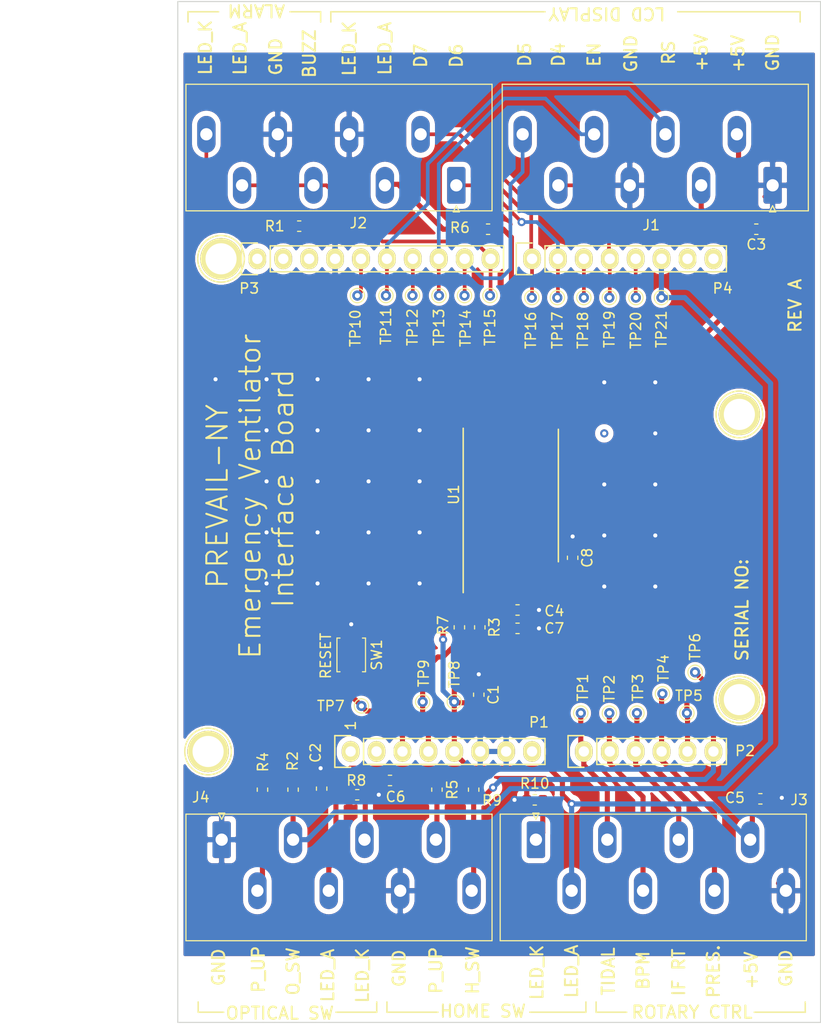
<source format=kicad_pcb>
(kicad_pcb (version 20171130) (host pcbnew 5.1.2-f72e74a~84~ubuntu18.04.1)
  (title_block (title "PREVAIL-NY Emergency Ventilator Interface Board") (date 2020-04-09) (rev A) (company "Devtank Ltd"))
  (layers (0 F.Cu signal) (31 B.Cu signal) (34 B.Paste user) (35 F.Paste user) (36 B.SilkS user) (37 F.SilkS user) (38 B.Mask user) (39 F.Mask user) (44 Edge.Cuts user))
  (net 0 "")
  (net 1 +5V)
  (net 2 GND)
  (net 3 +3V3)
  (net 4 /MAX_PRESSURE)
  (net 5 /IF_RATE)
  (net 6 /BPM)
  (net 7 /TIDAL_VOLUME)
  (net 8 /BUZZER_LED)
  (net 9 /LCD_D7)
  (net 10 /LCD_D6)
  (net 11 /LCD_D4)
  (net 12 /LCD_D5)
  (net 13 /LCD_EN)
  (net 14 /LCD_RS)
  (net 15 /RESET)
  (net 16 /PRESSURE_SENSOR)
  (net 17 /HOME_LIMIT_SW)
  (net 18 /MOTOR_DRIVER_EN)
  (net 19 /MOTOR_PWM_2)
  (net 20 /MOTOR_ENCODER)
  (net 21 /MOTOR_PWM_1)
  (net 22 /OPTICAL_SW)
  (net 23 "Net-(C4-Pad2)")
  (net 24 "Net-(J2-Pad8)")
  (net 25 "Net-(J2-Pad3)")
  (net 26 "Net-(J4-Pad7)")
  (net 27 "Net-(J4-Pad5)")
  (net 28 "Net-(J4-Pad2)")
  (net 29 "Net-(J3-Pad1)")
  (module Ventilator:PhoenixContact_PTSA_1,5_8-3_5-Z_1x08_P3.50mm_Vertical (layer F.Cu) (at 157.098 132.465)
    (fp_text reference J3 (at 25.8 -3.9) (layer F.SilkS))
    (fp_text value Conn_01x08)
    (pad 1 thru_hole roundrect (at 0 0) (size 1.8 3.6) (drill 1.2) (layers *.Cu *.Mask) (roundrect_rratio 0.139) (net 29 "Net-(J3-Pad1)"))
    (pad 2 thru_hole oval (at 3.5 5) (size 1.8 3.6) (drill 1.2) (layers *.Cu *.Mask) (net 1 +5V))
    (pad 3 thru_hole oval (at 7 0) (size 1.8 3.6) (drill 1.2) (layers *.Cu *.Mask) (net 7 /TIDAL_VOLUME))
    (pad 4 thru_hole oval (at 10.5 5) (size 1.8 3.6) (drill 1.2) (layers *.Cu *.Mask) (net 6 /BPM))
    (pad 5 thru_hole oval (at 14 0) (size 1.8 3.6) (drill 1.2) (layers *.Cu *.Mask) (net 5 /IF_RATE))
    (pad 6 thru_hole oval (at 17.5 5) (size 1.8 3.6) (drill 1.2) (layers *.Cu *.Mask) (net 4 /MAX_PRESSURE))
    (pad 7 thru_hole oval (at 21 0) (size 1.8 3.6) (drill 1.2) (layers *.Cu *.Mask) (net 1 +5V))
    (pad 8 thru_hole oval (at 24.5 5) (size 1.8 3.6) (drill 1.2) (layers *.Cu *.Mask) (net 2 GND))
  )
  (module Ventilator:PhoenixContact_PTSA_1,5_8-3_5-Z_1x08_P3.50mm_Vertical (layer F.Cu) (at 126.298 132.465)
    (fp_text reference J4 (at -2.05 -4.15) (layer F.SilkS))
    (fp_text value Conn_01x08)
    (pad 1 thru_hole roundrect (at 0 0) (size 1.8 3.6) (drill 1.2) (layers *.Cu *.Mask) (roundrect_rratio 0.139) (net 2 GND))
    (pad 2 thru_hole oval (at 3.5 5) (size 1.8 3.6) (drill 1.2) (layers *.Cu *.Mask) (net 28 "Net-(J4-Pad2)"))
    (pad 3 thru_hole oval (at 7 0) (size 1.8 3.6) (drill 1.2) (layers *.Cu *.Mask) (net 22 /OPTICAL_SW))
    (pad 4 thru_hole oval (at 10.5 5) (size 1.8 3.6) (drill 1.2) (layers *.Cu *.Mask) (net 1 +5V))
    (pad 5 thru_hole oval (at 14 0) (size 1.8 3.6) (drill 1.2) (layers *.Cu *.Mask) (net 27 "Net-(J4-Pad5)"))
    (pad 6 thru_hole oval (at 17.5 5) (size 1.8 3.6) (drill 1.2) (layers *.Cu *.Mask) (net 2 GND))
    (pad 7 thru_hole oval (at 21 0) (size 1.8 3.6) (drill 1.2) (layers *.Cu *.Mask) (net 26 "Net-(J4-Pad7)"))
    (pad 8 thru_hole oval (at 24.5 5) (size 1.8 3.6) (drill 1.2) (layers *.Cu *.Mask) (net 17 /HOME_LIMIT_SW))
  )
  (module Ventilator:PhoenixContact_PTSA_1,5_8-3_5-Z_1x08_P3.50mm_Vertical (layer F.Cu) (at 149.298 68.365 180)
    (fp_text reference J2 (at 9.6 -3.7 180) (layer F.SilkS))
    (fp_text value Conn_01x08)
    (pad 1 thru_hole roundrect (at 0 0 180) (size 1.8 3.6) (drill 1.2) (layers *.Cu *.Mask) (roundrect_rratio 0.139) (net 10 /LCD_D6))
    (pad 2 thru_hole oval (at 3.5 5 180) (size 1.8 3.6) (drill 1.2) (layers *.Cu *.Mask) (net 9 /LCD_D7))
    (pad 3 thru_hole oval (at 7 0 180) (size 1.8 3.6) (drill 1.2) (layers *.Cu *.Mask) (net 25 "Net-(J2-Pad3)"))
    (pad 4 thru_hole oval (at 10.5 5 180) (size 1.8 3.6) (drill 1.2) (layers *.Cu *.Mask) (net 2 GND))
    (pad 5 thru_hole oval (at 14 0 180) (size 1.8 3.6) (drill 1.2) (layers *.Cu *.Mask) (net 8 /BUZZER_LED))
    (pad 6 thru_hole oval (at 17.5 5 180) (size 1.8 3.6) (drill 1.2) (layers *.Cu *.Mask) (net 2 GND))
    (pad 7 thru_hole oval (at 21 0 180) (size 1.8 3.6) (drill 1.2) (layers *.Cu *.Mask) (net 8 /BUZZER_LED))
    (pad 8 thru_hole oval (at 24.5 5 180) (size 1.8 3.6) (drill 1.2) (layers *.Cu *.Mask) (net 24 "Net-(J2-Pad8)"))
  )
  (module Ventilator:PhoenixContact_PTSA_1,5_8-3_5-Z_1x08_P3.50mm_Vertical (layer F.Cu) (at 180.298 68.365 180)
    (fp_text reference J1 (at 11.9 -3.9 180) (layer F.SilkS))
    (fp_text value Conn_01x08)
    (pad 1 thru_hole roundrect (at 0 0 180) (size 1.8 3.6) (drill 1.2) (layers *.Cu *.Mask) (roundrect_rratio 0.139) (net 2 GND))
    (pad 2 thru_hole oval (at 3.5 5 180) (size 1.8 3.6) (drill 1.2) (layers *.Cu *.Mask) (net 1 +5V))
    (pad 3 thru_hole oval (at 7 0 180) (size 1.8 3.6) (drill 1.2) (layers *.Cu *.Mask) (net 1 +5V))
    (pad 4 thru_hole oval (at 10.5 5 180) (size 1.8 3.6) (drill 1.2) (layers *.Cu *.Mask) (net 14 /LCD_RS))
    (pad 5 thru_hole oval (at 14 0 180) (size 1.8 3.6) (drill 1.2) (layers *.Cu *.Mask) (net 2 GND))
    (pad 6 thru_hole oval (at 17.5 5 180) (size 1.8 3.6) (drill 1.2) (layers *.Cu *.Mask) (net 13 /LCD_EN))
    (pad 7 thru_hole oval (at 21 0 180) (size 1.8 3.6) (drill 1.2) (layers *.Cu *.Mask) (net 11 /LCD_D4))
    (pad 8 thru_hole oval (at 24.5 5 180) (size 1.8 3.6) (drill 1.2) (layers *.Cu *.Mask) (net 12 /LCD_D5))
  )
  (module Socket_Arduino_Uno:Socket_Strip_Arduino_1x08 (layer F.Cu) (at 138.938 123.825)
    (fp_text reference P1 (at 18.46 -2.86 180) (layer F.SilkS))
    (fp_text value Power)
    (pad 8 thru_hole oval (at 17.78 0) (size 1.7272 2.032) (drill 1.016) (layers *.Cu *.Mask F.SilkS))
    (pad 7 thru_hole oval (at 15.24 0) (size 1.7272 2.032) (drill 1.016) (layers *.Cu *.Mask F.SilkS) (net 2 GND))
    (pad 6 thru_hole oval (at 12.7 0) (size 1.7272 2.032) (drill 1.016) (layers *.Cu *.Mask F.SilkS) (net 2 GND))
    (pad 5 thru_hole oval (at 10.16 0) (size 1.7272 2.032) (drill 1.016) (layers *.Cu *.Mask F.SilkS) (net 1 +5V))
    (pad 4 thru_hole oval (at 7.62 0) (size 1.7272 2.032) (drill 1.016) (layers *.Cu *.Mask F.SilkS) (net 3 +3V3))
    (pad 3 thru_hole oval (at 5.08 0) (size 1.7272 2.032) (drill 1.016) (layers *.Cu *.Mask F.SilkS) (net 15 /RESET))
    (pad 2 thru_hole oval (at 2.54 0) (size 1.7272 2.032) (drill 1.016) (layers *.Cu *.Mask F.SilkS))
    (pad 1 thru_hole oval (at 0 0) (size 1.7272 2.032) (drill 1.016) (layers *.Cu *.Mask F.SilkS))
  )
  (module Socket_Arduino_Uno:Socket_Strip_Arduino_1x06 (layer F.Cu) (at 161.798 123.825)
    (fp_text reference P2 (at 15.8 -0.06) (layer F.SilkS))
    (fp_text value Analog)
    (pad 6 thru_hole oval (at 12.7 0) (size 1.7272 2.032) (drill 1.016) (layers *.Cu *.Mask F.SilkS) (net 17 /HOME_LIMIT_SW))
    (pad 5 thru_hole oval (at 10.16 0) (size 1.7272 2.032) (drill 1.016) (layers *.Cu *.Mask F.SilkS) (net 16 /PRESSURE_SENSOR))
    (pad 4 thru_hole oval (at 7.62 0) (size 1.7272 2.032) (drill 1.016) (layers *.Cu *.Mask F.SilkS) (net 4 /MAX_PRESSURE))
    (pad 3 thru_hole oval (at 5.08 0) (size 1.7272 2.032) (drill 1.016) (layers *.Cu *.Mask F.SilkS) (net 5 /IF_RATE))
    (pad 2 thru_hole oval (at 2.54 0) (size 1.7272 2.032) (drill 1.016) (layers *.Cu *.Mask F.SilkS) (net 6 /BPM))
    (pad 1 thru_hole oval (at 0 0) (size 1.7272 2.032) (drill 1.016) (layers *.Cu *.Mask F.SilkS) (net 7 /TIDAL_VOLUME))
  )
  (module Socket_Arduino_Uno:Socket_Strip_Arduino_1x10 (layer F.Cu) (at 129.794 75.565)
    (fp_text reference P3 (at -0.796 2.9) (layer F.SilkS))
    (fp_text value Digital)
    (pad 10 thru_hole oval (at 22.86 0) (size 1.7272 2.032) (drill 1.016) (layers *.Cu *.Mask F.SilkS) (net 8 /BUZZER_LED))
    (pad 9 thru_hole oval (at 20.32 0) (size 1.7272 2.032) (drill 1.016) (layers *.Cu *.Mask F.SilkS) (net 12 /LCD_D5))
    (pad 8 thru_hole oval (at 17.78 0) (size 1.7272 2.032) (drill 1.016) (layers *.Cu *.Mask F.SilkS) (net 13 /LCD_EN))
    (pad 7 thru_hole oval (at 15.24 0) (size 1.7272 2.032) (drill 1.016) (layers *.Cu *.Mask F.SilkS) (net 19 /MOTOR_PWM_2))
    (pad 6 thru_hole oval (at 12.7 0) (size 1.7272 2.032) (drill 1.016) (layers *.Cu *.Mask F.SilkS) (net 14 /LCD_RS))
    (pad 5 thru_hole oval (at 10.16 0) (size 1.7272 2.032) (drill 1.016) (layers *.Cu *.Mask F.SilkS) (net 18 /MOTOR_DRIVER_EN))
    (pad 4 thru_hole oval (at 7.62 0) (size 1.7272 2.032) (drill 1.016) (layers *.Cu *.Mask F.SilkS) (net 2 GND))
    (pad 3 thru_hole oval (at 5.08 0) (size 1.7272 2.032) (drill 1.016) (layers *.Cu *.Mask F.SilkS))
    (pad 2 thru_hole oval (at 2.54 0) (size 1.7272 2.032) (drill 1.016) (layers *.Cu *.Mask F.SilkS))
    (pad 1 thru_hole oval (at 0 0) (size 1.7272 2.032) (drill 1.016) (layers *.Cu *.Mask F.SilkS))
  )
  (module Socket_Arduino_Uno:Socket_Strip_Arduino_1x08 (layer F.Cu) (at 156.718 75.565)
    (fp_text reference P4 (at 18.68 2.9) (layer F.SilkS))
    (fp_text value Digital)
    (pad 8 thru_hole oval (at 17.78 0) (size 1.7272 2.032) (drill 1.016) (layers *.Cu *.Mask F.SilkS))
    (pad 7 thru_hole oval (at 15.24 0) (size 1.7272 2.032) (drill 1.016) (layers *.Cu *.Mask F.SilkS))
    (pad 6 thru_hole oval (at 12.7 0) (size 1.7272 2.032) (drill 1.016) (layers *.Cu *.Mask F.SilkS) (net 22 /OPTICAL_SW))
    (pad 5 thru_hole oval (at 10.16 0) (size 1.7272 2.032) (drill 1.016) (layers *.Cu *.Mask F.SilkS) (net 21 /MOTOR_PWM_1))
    (pad 4 thru_hole oval (at 7.62 0) (size 1.7272 2.032) (drill 1.016) (layers *.Cu *.Mask F.SilkS) (net 11 /LCD_D4))
    (pad 3 thru_hole oval (at 5.08 0) (size 1.7272 2.032) (drill 1.016) (layers *.Cu *.Mask F.SilkS) (net 20 /MOTOR_ENCODER))
    (pad 2 thru_hole oval (at 2.54 0) (size 1.7272 2.032) (drill 1.016) (layers *.Cu *.Mask F.SilkS) (net 10 /LCD_D6))
    (pad 1 thru_hole oval (at 0 0) (size 1.7272 2.032) (drill 1.016) (layers *.Cu *.Mask F.SilkS) (net 9 /LCD_D7))
  )
  (module Socket_Arduino_Uno:Arduino_1pin (layer F.Cu) (at 124.968 123.825)
    (fp_text reference P5 hide)
    (fp_text value CONN_01X01 hide)
    (pad 1 thru_hole circle (at 0 0) (size 4.064 4.064) (drill 3.048) (layers *.Cu *.Mask F.SilkS))
  )
  (module Socket_Arduino_Uno:Arduino_1pin (layer F.Cu) (at 177.038 118.745)
    (fp_text reference P6 hide)
    (fp_text value CONN_01X01 hide)
    (pad 1 thru_hole circle (at 0 0) (size 4.064 4.064) (drill 3.048) (layers *.Cu *.Mask F.SilkS))
  )
  (module Socket_Arduino_Uno:Arduino_1pin (layer F.Cu) (at 126.238 75.565)
    (fp_text reference P7 hide)
    (fp_text value CONN_01X01 hide)
    (pad 1 thru_hole circle (at 0 0) (size 4.064 4.064) (drill 3.048) (layers *.Cu *.Mask F.SilkS))
  )
  (module Socket_Arduino_Uno:Arduino_1pin (layer F.Cu) (at 177.038 90.805)
    (fp_text reference P8 hide)
    (fp_text value CONN_01X01 hide)
    (pad 1 thru_hole circle (at 0 0) (size 4.064 4.064) (drill 3.048) (layers *.Cu *.Mask F.SilkS))
  )
  (module Capacitor_SMD:C_0603_1608Metric (layer F.Cu) (at 151.498 118.265 270)
    (fp_text reference C1 (at 0 -1.43 90) (layer F.SilkS))
    (fp_text value 1uF)
    (pad 2 smd roundrect (at 0.7875 0 270) (size 0.875 0.95) (layers F.Cu F.Paste F.Mask) (net 1 +5V))
    (pad 1 smd roundrect (at -0.7875 0 270) (size 0.875 0.95) (layers F.Cu F.Paste F.Mask) (net 2 GND))
  )
  (module Capacitor_SMD:C_0603_1608Metric (layer F.Cu) (at 136.098 127.465 270)
    (fp_text reference C2 (at -3.5 0.6 90) (layer F.SilkS))
    (fp_text value 100nF)
    (pad 2 smd roundrect (at 0.7875 0 270) (size 0.875 0.95) (layers F.Cu F.Paste F.Mask) (net 1 +5V))
    (pad 1 smd roundrect (at -0.7875 0 270) (size 0.875 0.95) (layers F.Cu F.Paste F.Mask) (net 2 GND))
  )
  (module Capacitor_SMD:C_0603_1608Metric (layer F.Cu) (at 178.698 72.665 180)
    (fp_text reference C3 (at 0 -1.5) (layer F.SilkS))
    (fp_text value 100nF)
    (pad 2 smd roundrect (at 0.7875 0 180) (size 0.875 0.95) (layers F.Cu F.Paste F.Mask) (net 1 +5V))
    (pad 1 smd roundrect (at -0.7875 0 180) (size 0.875 0.95) (layers F.Cu F.Paste F.Mask) (net 2 GND))
  )
  (module Capacitor_SMD:C_0603_1608Metric (layer F.Cu) (at 155.298 109.965 180)
    (fp_text reference C4 (at -3.6 -0.1) (layer F.SilkS))
    (fp_text value 100nF)
    (pad 2 smd roundrect (at 0.7875 0 180) (size 0.875 0.95) (layers F.Cu F.Paste F.Mask) (net 23 "Net-(C4-Pad2)"))
    (pad 1 smd roundrect (at -0.7875 0 180) (size 0.875 0.95) (layers F.Cu F.Paste F.Mask) (net 2 GND))
  )
  (module Capacitor_SMD:C_0603_1608Metric (layer F.Cu) (at 179.098 128.465 180)
    (fp_text reference C5 (at 2.5 0.1) (layer F.SilkS))
    (fp_text value 100nF)
    (pad 2 smd roundrect (at 0.7875 0 180) (size 0.875 0.95) (layers F.Cu F.Paste F.Mask) (net 1 +5V))
    (pad 1 smd roundrect (at -0.7875 0 180) (size 0.875 0.95) (layers F.Cu F.Paste F.Mask) (net 2 GND))
  )
  (module Capacitor_SMD:C_0603_1608Metric (layer F.Cu) (at 142.798 126.665)
    (fp_text reference C6 (at 0.55 1.6) (layer F.SilkS))
    (fp_text value 100nF)
    (pad 2 smd roundrect (at 0.7875 0) (size 0.875 0.95) (layers F.Cu F.Paste F.Mask) (net 1 +5V))
    (pad 1 smd roundrect (at -0.7875 0) (size 0.875 0.95) (layers F.Cu F.Paste F.Mask) (net 2 GND))
  )
  (module Resistor_SMD:R_0603_1608Metric (layer F.Cu) (at 133.898 72.365)
    (fp_text reference R1 (at -2.4 0) (layer F.SilkS))
    (fp_text value 330R)
    (pad 2 smd roundrect (at 0.7875 0) (size 0.875 0.95) (layers F.Cu F.Paste F.Mask) (net 2 GND))
    (pad 1 smd roundrect (at -0.7875 0) (size 0.875 0.95) (layers F.Cu F.Paste F.Mask) (net 24 "Net-(J2-Pad8)"))
  )
  (module Resistor_SMD:R_0603_1608Metric (layer F.Cu) (at 133.298 127.565 90)
    (fp_text reference R2 (at 2.8 -0.05 90) (layer F.SilkS))
    (fp_text value 10K)
    (pad 2 smd roundrect (at 0.7875 0 90) (size 0.875 0.95) (layers F.Cu F.Paste F.Mask) (net 1 +5V))
    (pad 1 smd roundrect (at -0.7875 0 90) (size 0.875 0.95) (layers F.Cu F.Paste F.Mask) (net 22 /OPTICAL_SW))
  )
  (module Resistor_SMD:R_0603_1608Metric (layer F.Cu) (at 130.298 127.565 90)
    (fp_text reference R4 (at 2.7 0.05 90) (layer F.SilkS))
    (fp_text value 470R)
    (pad 2 smd roundrect (at 0.7875 0 90) (size 0.875 0.95) (layers F.Cu F.Paste F.Mask) (net 1 +5V))
    (pad 1 smd roundrect (at -0.7875 0 90) (size 0.875 0.95) (layers F.Cu F.Paste F.Mask) (net 28 "Net-(J4-Pad2)"))
  )
  (module Resistor_SMD:R_0603_1608Metric (layer F.Cu) (at 147.398 127.565 90)
    (fp_text reference R5 (at 0 1.5 90) (layer F.SilkS))
    (fp_text value 470R)
    (pad 2 smd roundrect (at 0.7875 0 90) (size 0.875 0.95) (layers F.Cu F.Paste F.Mask) (net 1 +5V))
    (pad 1 smd roundrect (at -0.7875 0 90) (size 0.875 0.95) (layers F.Cu F.Paste F.Mask) (net 26 "Net-(J4-Pad7)"))
  )
  (module Resistor_SMD:R_0603_1608Metric (layer F.Cu) (at 152.4105 72.665)
    (fp_text reference R6 (at -2.7625 -0.15) (layer F.SilkS))
    (fp_text value 470R)
    (pad 2 smd roundrect (at 0.7875 0) (size 0.875 0.95) (layers F.Cu F.Paste F.Mask) (net 1 +5V))
    (pad 1 smd roundrect (at -0.7875 0) (size 0.875 0.95) (layers F.Cu F.Paste F.Mask) (net 25 "Net-(J2-Pad3)"))
  )
  (module Resistor_SMD:R_0603_1608Metric (layer F.Cu) (at 139.5855 128.065 180)
    (fp_text reference R8 (at 0.0875 1.4) (layer F.SilkS))
    (fp_text value 330R)
    (pad 2 smd roundrect (at 0.7875 0 180) (size 0.875 0.95) (layers F.Cu F.Paste F.Mask) (net 2 GND))
    (pad 1 smd roundrect (at -0.7875 0 180) (size 0.875 0.95) (layers F.Cu F.Paste F.Mask) (net 27 "Net-(J4-Pad5)"))
  )
  (module Button_Switch_SMD:SW_SPST_B3U-1000P (layer F.Cu) (at 138.998 114.365 270)
    (fp_text reference SW1 (at 0 -2.5 90) (layer F.SilkS))
    (fp_text value SW_Push)
    (pad 2 smd rect (at 1.7 0 270) (size 0.9 1.7) (layers F.Cu F.Paste F.Mask) (net 15 /RESET))
    (pad 1 smd rect (at -1.7 0 270) (size 0.9 1.7) (layers F.Cu F.Paste F.Mask) (net 2 GND))
  )
  (module TestPoint:TestPoint_THTPad_D1.0mm_Drill0.5mm (layer F.Cu) (at 161.498 120.065)
    (fp_text reference TP1 (at 0.2 -2.5 90) (layer F.SilkS))
    (fp_text value TestPoint)
    (pad 1 thru_hole circle (at 0 0) (size 1 1) (drill 0.5) (layers *.Cu *.Mask) (net 7 /TIDAL_VOLUME))
  )
  (module TestPoint:TestPoint_THTPad_D1.0mm_Drill0.5mm (layer F.Cu) (at 164.298 120.065)
    (fp_text reference TP2 (at 0 -2.4 90) (layer F.SilkS))
    (fp_text value TestPoint)
    (pad 1 thru_hole circle (at 0 0) (size 1 1) (drill 0.5) (layers *.Cu *.Mask) (net 6 /BPM))
  )
  (module TestPoint:TestPoint_THTPad_D1.0mm_Drill0.5mm (layer F.Cu) (at 166.998 120.065)
    (fp_text reference TP3 (at 0.1 -2.5 90) (layer F.SilkS))
    (fp_text value TestPoint)
    (pad 1 thru_hole circle (at 0 0) (size 1 1) (drill 0.5) (layers *.Cu *.Mask) (net 5 /IF_RATE))
  )
  (module TestPoint:TestPoint_THTPad_D1.0mm_Drill0.5mm (layer F.Cu) (at 169.498 118.165)
    (fp_text reference TP4 (at 0.1 -2.5 90) (layer F.SilkS))
    (fp_text value TestPoint)
    (pad 1 thru_hole circle (at 0 0) (size 1 1) (drill 0.5) (layers *.Cu *.Mask) (net 4 /MAX_PRESSURE))
  )
  (module TestPoint:TestPoint_THTPad_D1.0mm_Drill0.5mm (layer F.Cu) (at 171.898 120.065)
    (fp_text reference TP5 (at 0.2 -1.7) (layer F.SilkS))
    (fp_text value TestPoint)
    (pad 1 thru_hole circle (at 0 0) (size 1 1) (drill 0.5) (layers *.Cu *.Mask) (net 16 /PRESSURE_SENSOR))
  )
  (module TestPoint:TestPoint_THTPad_D1.0mm_Drill0.5mm (layer F.Cu) (at 172.698 116.065)
    (fp_text reference TP6 (at 0 -2.5 90) (layer F.SilkS))
    (fp_text value TestPoint)
    (pad 1 thru_hole circle (at 0 0) (size 1 1) (drill 0.5) (layers *.Cu *.Mask) (net 17 /HOME_LIMIT_SW))
  )
  (module TestPoint:TestPoint_THTPad_D1.0mm_Drill0.5mm (layer F.Cu) (at 139.998 119.365)
    (fp_text reference TP7 (at -3 0) (layer F.SilkS))
    (fp_text value TestPoint)
    (pad 1 thru_hole circle (at 0 0) (size 1 1) (drill 0.5) (layers *.Cu *.Mask) (net 15 /RESET))
  )
  (module TestPoint:TestPoint_THTPad_D1.0mm_Drill0.5mm (layer F.Cu) (at 149.098 118.965)
    (fp_text reference TP8 (at 0 -2.7 90) (layer F.SilkS))
    (fp_text value TestPoint)
    (pad 1 thru_hole circle (at 0 0) (size 1 1) (drill 0.5) (layers *.Cu *.Mask) (net 1 +5V))
  )
  (module TestPoint:TestPoint_THTPad_D1.0mm_Drill0.5mm (layer F.Cu) (at 145.998 118.965)
    (fp_text reference TP9 (at 0.1 -2.8 90) (layer F.SilkS))
    (fp_text value TestPoint)
    (pad 1 thru_hole circle (at 0 0) (size 1 1) (drill 0.5) (layers *.Cu *.Mask) (net 3 +3V3))
  )
  (module TestPoint:TestPoint_THTPad_D1.0mm_Drill0.5mm (layer F.Cu) (at 139.598 79.165)
    (fp_text reference TP10 (at -0.2 3.2 90) (layer F.SilkS))
    (fp_text value TestPoint)
    (pad 1 thru_hole circle (at 0 0) (size 1 1) (drill 0.5) (layers *.Cu *.Mask) (net 18 /MOTOR_DRIVER_EN))
  )
  (module TestPoint:TestPoint_THTPad_D1.0mm_Drill0.5mm (layer F.Cu) (at 142.398 79.165)
    (fp_text reference TP11 (at 0 3 90) (layer F.SilkS))
    (fp_text value TestPoint)
    (pad 1 thru_hole circle (at 0 0) (size 1 1) (drill 0.5) (layers *.Cu *.Mask) (net 14 /LCD_RS))
  )
  (module TestPoint:TestPoint_THTPad_D1.0mm_Drill0.5mm (layer F.Cu) (at 144.998 79.165)
    (fp_text reference TP12 (at 0 3.1 90) (layer F.SilkS))
    (fp_text value TestPoint)
    (pad 1 thru_hole circle (at 0 0) (size 1 1) (drill 0.5) (layers *.Cu *.Mask) (net 19 /MOTOR_PWM_2))
  )
  (module TestPoint:TestPoint_THTPad_D1.0mm_Drill0.5mm (layer F.Cu) (at 147.598 79.165)
    (fp_text reference TP13 (at 0 3.1 90) (layer F.SilkS))
    (fp_text value TestPoint)
    (pad 1 thru_hole circle (at 0 0) (size 1 1) (drill 0.5) (layers *.Cu *.Mask) (net 13 /LCD_EN))
  )
  (module TestPoint:TestPoint_THTPad_D1.0mm_Drill0.5mm (layer F.Cu) (at 150.098 79.165)
    (fp_text reference TP14 (at 0.1 3.2 90) (layer F.SilkS))
    (fp_text value TestPoint)
    (pad 1 thru_hole circle (at 0 0) (size 1 1) (drill 0.5) (layers *.Cu *.Mask) (net 12 /LCD_D5))
  )
  (module TestPoint:TestPoint_THTPad_D1.0mm_Drill0.5mm (layer F.Cu) (at 152.598 79.165)
    (fp_text reference TP15 (at 0 3.1 90) (layer F.SilkS))
    (fp_text value TestPoint)
    (pad 1 thru_hole circle (at 0 0) (size 1 1) (drill 0.5) (layers *.Cu *.Mask) (net 8 /BUZZER_LED))
  )
  (module TestPoint:TestPoint_THTPad_D1.0mm_Drill0.5mm (layer F.Cu) (at 156.698 79.365)
    (fp_text reference TP16 (at -0.1 3.2 90) (layer F.SilkS))
    (fp_text value TestPoint)
    (pad 1 thru_hole circle (at 0 0) (size 1 1) (drill 0.5) (layers *.Cu *.Mask) (net 9 /LCD_D7))
  )
  (module TestPoint:TestPoint_THTPad_D1.0mm_Drill0.5mm (layer F.Cu) (at 159.198 79.365)
    (fp_text reference TP17 (at 0 3.2 90) (layer F.SilkS))
    (fp_text value TestPoint)
    (pad 1 thru_hole circle (at 0 0) (size 1 1) (drill 0.5) (layers *.Cu *.Mask) (net 10 /LCD_D6))
  )
  (module TestPoint:TestPoint_THTPad_D1.0mm_Drill0.5mm (layer F.Cu) (at 161.798 79.365)
    (fp_text reference TP18 (at -0.1 3.2 90) (layer F.SilkS))
    (fp_text value TestPoint)
    (pad 1 thru_hole circle (at 0 0) (size 1 1) (drill 0.5) (layers *.Cu *.Mask) (net 20 /MOTOR_ENCODER))
  )
  (module TestPoint:TestPoint_THTPad_D1.0mm_Drill0.5mm (layer F.Cu) (at 164.298 79.365)
    (fp_text reference TP19 (at 0 3.1 90) (layer F.SilkS))
    (fp_text value TestPoint)
    (pad 1 thru_hole circle (at 0 0) (size 1 1) (drill 0.5) (layers *.Cu *.Mask) (net 11 /LCD_D4))
  )
  (module TestPoint:TestPoint_THTPad_D1.0mm_Drill0.5mm (layer F.Cu) (at 166.898 79.365)
    (fp_text reference TP20 (at 0 3.2 90) (layer F.SilkS))
    (fp_text value TestPoint)
    (pad 1 thru_hole circle (at 0 0) (size 1 1) (drill 0.5) (layers *.Cu *.Mask) (net 21 /MOTOR_PWM_1))
  )
  (module TestPoint:TestPoint_THTPad_D1.0mm_Drill0.5mm (layer F.Cu) (at 169.398 79.365)
    (fp_text reference TP21 (at 0 3.1 90) (layer F.SilkS))
    (fp_text value TestPoint)
    (pad 1 thru_hole circle (at 0 0) (size 1 1) (drill 0.5) (layers *.Cu *.Mask) (net 22 /OPTICAL_SW))
  )
  (module Capacitor_SMD:C_0603_1608Metric (layer F.Cu) (at 155.298 111.765 180)
    (fp_text reference C7 (at -3.6 0) (layer F.SilkS))
    (fp_text value 1uF)
    (pad 2 smd roundrect (at 0.7875 0 180) (size 0.875 0.95) (layers F.Cu F.Paste F.Mask) (net 23 "Net-(C4-Pad2)"))
    (pad 1 smd roundrect (at -0.7875 0 180) (size 0.875 0.95) (layers F.Cu F.Paste F.Mask) (net 2 GND))
  )
  (module Capacitor_SMD:C_0603_1608Metric (layer F.Cu) (at 160.698 104.8525 270)
    (fp_text reference C8 (at 0 -1.43 90) (layer F.SilkS))
    (fp_text value 470pF)
    (pad 2 smd roundrect (at 0.7875 0 270) (size 0.875 0.95) (layers F.Cu F.Paste F.Mask) (net 16 /PRESSURE_SENSOR))
    (pad 1 smd roundrect (at -0.7875 0 270) (size 0.875 0.95) (layers F.Cu F.Paste F.Mask) (net 2 GND))
  )
  (module Resistor_SMD:R_0603_1608Metric (layer F.Cu) (at 151.598 111.665 270)
    (fp_text reference R3 (at 0 -1.43 90) (layer F.SilkS))
    (fp_text value DNF)
    (pad 2 smd roundrect (at 0.7875 0 270) (size 0.875 0.95) (layers F.Cu F.Paste F.Mask) (net 1 +5V))
    (pad 1 smd roundrect (at -0.7875 0 270) (size 0.875 0.95) (layers F.Cu F.Paste F.Mask) (net 23 "Net-(C4-Pad2)"))
  )
  (module Resistor_SMD:R_0603_1608Metric (layer F.Cu) (at 149.598 111.665 270)
    (fp_text reference R7 (at -0.2 1.6 90) (layer F.SilkS))
    (fp_text value 0R)
    (pad 2 smd roundrect (at 0.7875 0 270) (size 0.875 0.95) (layers F.Cu F.Paste F.Mask) (net 3 +3V3))
    (pad 1 smd roundrect (at -0.7875 0 270) (size 0.875 0.95) (layers F.Cu F.Paste F.Mask) (net 23 "Net-(C4-Pad2)"))
  )
  (module Resistor_SMD:R_0603_1608Metric (layer F.Cu) (at 150.998 127.565 90)
    (fp_text reference R9 (at -1.05 1.8 180) (layer F.SilkS))
    (fp_text value 10K)
    (pad 2 smd roundrect (at 0.7875 0 90) (size 0.875 0.95) (layers F.Cu F.Paste F.Mask) (net 1 +5V))
    (pad 1 smd roundrect (at -0.7875 0 90) (size 0.875 0.95) (layers F.Cu F.Paste F.Mask) (net 17 /HOME_LIMIT_SW))
  )
  (module Resistor_SMD:R_0603_1608Metric (layer F.Cu) (at 156.9855 128.565 180)
    (fp_text reference R10 (at 0 1.6) (layer F.SilkS))
    (fp_text value 330R)
    (pad 2 smd roundrect (at 0.7875 0 180) (size 0.875 0.95) (layers F.Cu F.Paste F.Mask) (net 2 GND))
    (pad 1 smd roundrect (at -0.7875 0 180) (size 0.875 0.95) (layers F.Cu F.Paste F.Mask) (net 29 "Net-(J3-Pad1)"))
  )
  (module Ventilator:SOP_16.8x7.62mm_P2.54mm (layer F.Cu) (at 155.298 98.665 90)
    (fp_text reference U1 (at 0 -6.25 90) (layer F.SilkS))
    (fp_text value MP3V5004GP)
    (pad 8 smd rect (at 8.38 -4.445 90) (size 2.54 1.52) (layers F.Cu F.Paste F.Mask))
    (pad 7 smd rect (at 8.38 -1.905 90) (size 2.54 1.52) (layers F.Cu F.Paste F.Mask))
    (pad 6 smd rect (at 8.38 0.635 90) (size 2.54 1.52) (layers F.Cu F.Paste F.Mask))
    (pad 5 smd rect (at 8.38 3.175 90) (size 2.54 1.52) (layers F.Cu F.Paste F.Mask))
    (pad 4 smd rect (at -8.38 3.175 90) (size 2.54 1.52) (layers F.Cu F.Paste F.Mask) (net 16 /PRESSURE_SENSOR))
    (pad 3 smd rect (at -8.38 0.635 90) (size 2.54 1.52) (layers F.Cu F.Paste F.Mask) (net 2 GND))
    (pad 2 smd rect (at -8.38 -1.905 90) (size 2.54 1.52) (layers F.Cu F.Paste F.Mask) (net 23 "Net-(C4-Pad2)"))
    (pad 1 smd rect (at -8.38 -4.445 90) (size 2.54 1.52) (layers F.Cu F.Paste F.Mask))
  )
  (gr_line (start 183.498 149.365) (end 183.498 148.365) (layer F.SilkS) (width 0.15))
  (gr_line (start 178.498 149.365) (end 183.498 149.365) (layer F.SilkS) (width 0.15))
  (gr_line (start 162.998 149.365) (end 162.998 148.365) (layer F.SilkS) (width 0.15))
  (gr_line (start 165.998 149.365) (end 162.998 149.365) (layer F.SilkS) (width 0.15))
  (gr_line (start 161.998 149.365) (end 161.998 148.365) (layer F.SilkS) (width 0.15))
  (gr_line (start 156.498 149.365) (end 161.998 149.365) (layer F.SilkS) (width 0.15))
  (gr_line (start 142.498 149.365) (end 142.498 148.365) (layer F.SilkS) (width 0.15))
  (gr_line (start 147.498 149.365) (end 142.498 149.365) (layer F.SilkS) (width 0.15))
  (gr_line (start 123.998 149.365) (end 123.998 148.365) (layer F.SilkS) (width 0.15))
  (gr_line (start 126.498 149.365) (end 123.998 149.365) (layer F.SilkS) (width 0.15))
  (gr_line (start 141.498 149.365) (end 141.498 148.365) (layer F.SilkS) (width 0.15))
  (gr_line (start 137.498 149.365) (end 141.498 149.365) (layer F.SilkS) (width 0.15))
  (gr_line (start 182.998 51.365) (end 182.998 52.365) (layer F.SilkS) (width 0.15))
  (gr_line (start 170.998 51.365) (end 182.998 51.365) (layer F.SilkS) (width 0.15))
  (gr_line (start 136.998 51.365) (end 136.998 52.365) (layer F.SilkS) (width 0.15))
  (gr_line (start 157.998 51.365) (end 136.998 51.365) (layer F.SilkS) (width 0.15))
  (gr_line (start 122.998 51.365) (end 122.998 52.365) (layer F.SilkS) (width 0.15))
  (gr_line (start 125.998 51.365) (end 122.998 51.365) (layer F.SilkS) (width 0.15))
  (gr_line (start 135.998 51.365) (end 135.998 52.365) (layer F.SilkS) (width 0.15))
  (gr_line (start 132.998 51.365) (end 135.998 51.365) (layer F.SilkS) (width 0.15))
  (gr_text BUZZ (at 134.898 55.465 90) (layer F.SilkS) (effects (font (size 1.2 1.2) (thickness 0.2))))
  (gr_text LED_A (at 128.098 54.965 90) (layer F.SilkS) (effects (font (size 1.2 1.2) (thickness 0.2))))
  (gr_text LED_K (at 124.698 54.865 90) (layer F.SilkS) (effects (font (size 1.2 1.2) (thickness 0.2))))
  (gr_text LED_K (at 138.798 54.965 90) (layer F.SilkS) (effects (font (size 1.2 1.2) (thickness 0.2))))
  (gr_text LED_A (at 142.298 54.965 90) (layer F.SilkS) (effects (font (size 1.2 1.2) (thickness 0.2))))
  (gr_text D7 (at 145.798 55.665 90) (layer F.SilkS) (effects (font (size 1.2 1.2) (thickness 0.2))))
  (gr_text D6 (at 149.298 55.665 90) (layer F.SilkS) (effects (font (size 1.2 1.2) (thickness 0.2))))
  (gr_text D5 (at 155.998 55.565 90) (layer F.SilkS) (effects (font (size 1.2 1.2) (thickness 0.2))))
  (gr_text D4 (at 159.298 55.565 90) (layer F.SilkS) (effects (font (size 1.2 1.2) (thickness 0.2))))
  (gr_text EN (at 162.798 55.565 90) (layer F.SilkS) (effects (font (size 1.2 1.2) (thickness 0.2))))
  (gr_text RS (at 170.098 55.365 90) (layer F.SilkS) (effects (font (size 1.2 1.2) (thickness 0.2))))
  (gr_text GND (at 166.398 55.465 90) (layer F.SilkS) (effects (font (size 1.2 1.2) (thickness 0.2))))
  (gr_text +5V (at 173.298 55.365 90) (layer F.SilkS) (effects (font (size 1.2 1.2) (thickness 0.2))))
  (gr_text +5V (at 176.898 55.465 90) (layer F.SilkS) (effects (font (size 1.2 1.2) (thickness 0.2))))
  (gr_text GND (at 180.298 55.365 90) (layer F.SilkS) (effects (font (size 1.2 1.2) (thickness 0.2))))
  (gr_text GND (at 131.598 55.765 90) (layer F.SilkS) (effects (font (size 1.2 1.2) (thickness 0.2))))
  (gr_text LED_K (at 140.098 145.765 90) (layer F.SilkS) (effects (font (size 1.2 1.2) (thickness 0.2))))
  (gr_text LED_A (at 136.698 145.765 90) (layer F.SilkS) (effects (font (size 1.2 1.2) (thickness 0.2))))
  (gr_text P_UP (at 129.898 145.165 90) (layer F.SilkS) (effects (font (size 1.2 1.2) (thickness 0.2))))
  (gr_text P_UP (at 147.298 145.265 90) (layer F.SilkS) (effects (font (size 1.2 1.2) (thickness 0.2))))
  (gr_text O_SW (at 133.298 145.365 90) (layer F.SilkS) (effects (font (size 1.2 1.2) (thickness 0.2))))
  (gr_text H_SW (at 150.898 145.265 90) (layer F.SilkS) (effects (font (size 1.2 1.2) (thickness 0.2))))
  (gr_text LED_K (at 157.198 145.465 90) (layer F.SilkS) (effects (font (size 1.2 1.2) (thickness 0.2))))
  (gr_text PRES. (at 174.498 145.365 90) (layer F.SilkS) (effects (font (size 1.2 1.2) (thickness 0.2))))
  (gr_text "IF RT" (at 171.098 145.465 90) (layer F.SilkS) (effects (font (size 1.2 1.2) (thickness 0.2))))
  (gr_text BPM (at 167.598 145.265 90) (layer F.SilkS) (effects (font (size 1.2 1.2) (thickness 0.2))))
  (gr_text TIDAL (at 164.198 145.365 90) (layer F.SilkS) (effects (font (size 1.2 1.2) (thickness 0.2))))
  (gr_text LED_A (at 160.598 145.365 90) (layer F.SilkS) (effects (font (size 1.2 1.2) (thickness 0.2))))
  (gr_text +5V (at 178.198 145.265 90) (layer F.SilkS) (effects (font (size 1.2 1.2) (thickness 0.2))))
  (gr_text GND (at 181.598 145.065 90) (layer F.SilkS) (effects (font (size 1.2 1.2) (thickness 0.2))))
  (gr_text GND (at 143.698 145.065 90) (layer F.SilkS) (effects (font (size 1.2 1.2) (thickness 0.2))))
  (gr_text GND (at 125.998 144.965 90) (layer F.SilkS) (effects (font (size 1.2 1.2) (thickness 0.2))))
  (gr_text "PREVAIL-NY \nEmergency Ventilator \nInterface Board" (at 129.098 98.065 90) (layer F.SilkS) (effects (font (size 2 2) (thickness 0.2))))
  (gr_text "SERIAL NO:" (at 177.298 109.965 90) (layer F.SilkS) (effects (font (size 1.2 1.2) (thickness 0.2))))
  (gr_text RESET (at 136.498 114.465 90) (layer F.SilkS) (effects (font (size 1 1))))
  (gr_text "REV A" (at 182.498 80.165 90) (layer F.SilkS) (effects (font (size 1.2 1.2) (thickness 0.2))))
  (gr_text "ROTARY CTRL" (at 172.398 149.365) (layer F.SilkS) (effects (font (size 1.2 1.2) (thickness 0.2))))
  (gr_text "OPTICAL SW" (at 131.998 149.465) (layer F.SilkS) (effects (font (size 1.2 1.2) (thickness 0.2))))
  (gr_text "HOME SW" (at 151.898 149.265) (layer F.SilkS) (effects (font (size 1.2 1.2) (thickness 0.2))))
  (gr_text "LCD DISPLAY" (at 164.048 51.565 180) (layer F.SilkS) (effects (font (size 1.2 1.2) (thickness 0.2))))
  (gr_text ALARM (at 129.698 51.265 180) (layer F.SilkS) (effects (font (size 1.2 1.2) (thickness 0.2))))
  (gr_line (start 184.998 50.365) (end 121.998 50.365) (layer Edge.Cuts) (width 0.1))
  (gr_line (start 184.998 150.365) (end 184.998 50.365) (layer Edge.Cuts) (width 0.1))
  (gr_line (start 121.998 150.365) (end 184.998 150.365) (layer Edge.Cuts) (width 0.1))
  (gr_line (start 121.998 50.365) (end 121.998 150.365) (layer Edge.Cuts) (width 0.1))
  (gr_text 1 (at 138.938 121.285 90) (layer F.SilkS) (effects (font (size 1 1))))
  (via (at 163.798 92.665) (size 0.8) (drill 0.4) (layers F.Cu B.Cu) (net 0))
  (segment (start 149.098 123.825) (end 149.098 118.965) (width 0.5) (layer F.Cu) (net 1))
  (segment (start 149.1855 119.0525) (end 149.098 118.965) (width 0.5) (layer F.Cu) (net 1))
  (segment (start 151.498 119.0525) (end 149.1855 119.0525) (width 0.5) (layer F.Cu) (net 1))
  (segment (start 176.998 69.505) (end 176.958 69.465) (width 0.36) (layer F.Cu) (net 1))
  (segment (start 176.998 70.865) (end 176.998 69.505) (width 0.36) (layer F.Cu) (net 1))
  (segment (start 177.9105 72.665) (end 177.9105 71.7775) (width 0.36) (layer F.Cu) (net 1))
  (segment (start 177.9105 71.7775) (end 176.998 70.865) (width 0.36) (layer F.Cu) (net 1))
  (segment (start 149.098 123.825) (end 149.098 123.9774) (width 0.5) (layer F.Cu) (net 1))
  (segment (start 149.098 123.9774) (end 150.5856 125.465) (width 0.5) (layer F.Cu) (net 1))
  (segment (start 143.5855 126.665) (end 143.5855 126.0775) (width 0.5) (layer F.Cu) (net 1))
  (segment (start 143.5855 126.0775) (end 144.198 125.465) (width 0.5) (layer F.Cu) (net 1))
  (segment (start 147.998 96.12) (end 147.998 87.465) (width 0.5) (layer F.Cu) (net 1))
  (segment (start 172.048 84.615) (end 150.848 84.615) (width 0.5) (layer F.Cu) (net 1))
  (segment (start 177.298 73.945) (end 177.298 79.365) (width 0.5) (layer F.Cu) (net 1))
  (segment (start 147.998 87.465) (end 150.848 84.615) (width 0.5) (layer F.Cu) (net 1))
  (segment (start 177.298 79.365) (end 172.048 84.615) (width 0.5) (layer F.Cu) (net 1))
  (segment (start 175.768 72.255) (end 175.608 72.255) (width 0.5) (layer F.Cu) (net 1))
  (segment (start 176.958 69.465) (end 176.958 71.065) (width 0.5) (layer F.Cu) (net 1))
  (segment (start 176.958 71.065) (end 175.768 72.255) (width 0.5) (layer F.Cu) (net 1))
  (segment (start 174.418 71.065) (end 175.608 72.255) (width 0.5) (layer F.Cu) (net 1))
  (segment (start 175.608 72.255) (end 177.298 73.945) (width 0.5) (layer F.Cu) (net 1))
  (segment (start 154.698 80.765) (end 150.848 84.615) (width 0.5) (layer F.Cu) (net 1))
  (segment (start 154.698 73.465) (end 154.698 80.765) (width 0.5) (layer F.Cu) (net 1))
  (segment (start 153.198 72.665) (end 153.898 72.665) (width 0.5) (layer F.Cu) (net 1))
  (segment (start 153.898 72.665) (end 154.698 73.465) (width 0.5) (layer F.Cu) (net 1))
  (segment (start 173.298 70.665) (end 173.298 68.365) (width 0.5) (layer F.Cu) (net 1))
  (segment (start 173.698 71.065) (end 173.298 70.665) (width 0.5) (layer F.Cu) (net 1))
  (segment (start 174.418 71.065) (end 173.698 71.065) (width 0.5) (layer F.Cu) (net 1))
  (segment (start 176.958 63.525) (end 176.798 63.365) (width 0.5) (layer F.Cu) (net 1))
  (segment (start 176.958 69.465) (end 176.958 63.525) (width 0.5) (layer F.Cu) (net 1))
  (segment (start 150.5856 125.465) (end 151.098 125.465) (width 0.5) (layer F.Cu) (net 1))
  (segment (start 151.136388 112.914112) (end 151.136388 114.126612) (width 0.5) (layer F.Cu) (net 1))
  (segment (start 151.598 112.4525) (end 151.136388 112.914112) (width 0.5) (layer F.Cu) (net 1))
  (segment (start 149.098 116.165) (end 149.098 118.965) (width 0.5) (layer F.Cu) (net 1))
  (segment (start 151.136388 114.126612) (end 149.098 116.165) (width 0.5) (layer F.Cu) (net 1))
  (via (at 147.998 112.865) (size 0.8) (drill 0.4) (layers F.Cu B.Cu) (net 1))
  (segment (start 147.998 96.12) (end 147.998 112.865) (width 0.5) (layer F.Cu) (net 1))
  (segment (start 147.998 117.865) (end 149.098 118.965) (width 0.5) (layer B.Cu) (net 1))
  (segment (start 147.998 112.865) (end 147.998 117.865) (width 0.5) (layer B.Cu) (net 1))
  (segment (start 136.798 135.165) (end 136.798 137.465) (width 0.5) (layer F.Cu) (net 1))
  (segment (start 144.198 125.465) (end 138.898 125.465) (width 0.5) (layer F.Cu) (net 1))
  (segment (start 137.498 134.465) (end 136.798 135.165) (width 0.5) (layer F.Cu) (net 1))
  (segment (start 138.898 125.465) (end 137.498 126.865) (width 0.5) (layer F.Cu) (net 1))
  (segment (start 137.4105 128.2525) (end 137.498 128.165) (width 0.5) (layer F.Cu) (net 1))
  (segment (start 136.098 128.2525) (end 137.4105 128.2525) (width 0.5) (layer F.Cu) (net 1))
  (segment (start 137.498 126.865) (end 137.498 128.165) (width 0.5) (layer F.Cu) (net 1))
  (segment (start 137.498 128.165) (end 137.498 134.465) (width 0.5) (layer F.Cu) (net 1))
  (segment (start 130.298 126.7775) (end 133.298 126.7775) (width 0.5) (layer F.Cu) (net 1))
  (segment (start 133.298 126.7775) (end 133.8105 126.7775) (width 0.5) (layer F.Cu) (net 1))
  (segment (start 135.2855 128.2525) (end 136.098 128.2525) (width 0.5) (layer F.Cu) (net 1))
  (segment (start 133.8105 126.7775) (end 135.2855 128.2525) (width 0.5) (layer F.Cu) (net 1))
  (segment (start 177.898 132.465) (end 178.098 132.465) (width 0.5) (layer B.Cu) (net 1))
  (segment (start 174.398 128.965) (end 177.898 132.465) (width 0.5) (layer B.Cu) (net 1))
  (segment (start 160.598 128.965) (end 174.398 128.965) (width 0.5) (layer B.Cu) (net 1))
  (segment (start 150.998 126.24) (end 151.098 126.14) (width 0.5) (layer F.Cu) (net 1))
  (segment (start 151.098 126.14) (end 151.098 125.465) (width 0.5) (layer F.Cu) (net 1))
  (segment (start 150.998 126.7775) (end 150.998 126.24) (width 0.5) (layer F.Cu) (net 1))
  (segment (start 147.398 126.24) (end 147.298 126.14) (width 0.5) (layer F.Cu) (net 1))
  (segment (start 147.398 126.7775) (end 147.398 126.24) (width 0.5) (layer F.Cu) (net 1))
  (segment (start 144.198 125.465) (end 147.298 125.465) (width 0.5) (layer F.Cu) (net 1))
  (segment (start 147.298 126.14) (end 147.298 125.465) (width 0.5) (layer F.Cu) (net 1))
  (segment (start 147.298 125.465) (end 150.5856 125.465) (width 0.5) (layer F.Cu) (net 1))
  (via (at 160.598 128.965) (size 0.8) (drill 0.4) (layers F.Cu B.Cu) (net 1))
  (segment (start 159.698 128.065) (end 160.598 128.965) (width 0.5) (layer F.Cu) (net 1))
  (segment (start 159.698 126.765) (end 159.698 128.065) (width 0.5) (layer F.Cu) (net 1))
  (segment (start 151.098 125.465) (end 158.398 125.465) (width 0.5) (layer F.Cu) (net 1))
  (segment (start 158.398 125.465) (end 159.698 126.765) (width 0.5) (layer F.Cu) (net 1))
  (segment (start 178.3105 132.2525) (end 178.098 132.465) (width 0.5) (layer F.Cu) (net 1))
  (segment (start 178.3105 128.465) (end 178.3105 132.2525) (width 0.5) (layer F.Cu) (net 1))
  (segment (start 160.598 128.965) (end 160.598 137.465) (width 0.5) (layer B.Cu) (net 1))
  (via (at 138.998 111.365) (size 0.8) (drill 0.4) (layers F.Cu B.Cu) (net 2))
  (segment (start 138.998 112.665) (end 138.998 111.365) (width 0.5) (layer F.Cu) (net 2))
  (via (at 151.498 116.265) (size 0.8) (drill 0.4) (layers F.Cu B.Cu) (net 2))
  (segment (start 151.498 117.4775) (end 151.498 116.265) (width 0.5) (layer F.Cu) (net 2))
  (via (at 157.398 109.965) (size 0.8) (drill 0.4) (layers F.Cu B.Cu) (net 2))
  (segment (start 156.0855 109.965) (end 157.398 109.965) (width 0.5) (layer F.Cu) (net 2))
  (segment (start 179.4855 69.4775) (end 179.498 69.465) (width 0.36) (layer F.Cu) (net 2))
  (via (at 141.698 128.065) (size 0.8) (drill 0.4) (layers F.Cu B.Cu) (net 2))
  (segment (start 142.0105 126.665) (end 142.0105 127.7525) (width 0.36) (layer F.Cu) (net 2))
  (segment (start 142.0105 127.7525) (end 141.698 128.065) (width 0.36) (layer F.Cu) (net 2))
  (via (at 125.698 87.365) (size 0.8) (drill 0.4) (layers F.Cu B.Cu) (net 2))
  (via (at 130.698 87.365) (size 0.8) (drill 0.4) (layers F.Cu B.Cu) (net 2))
  (via (at 135.698 87.365) (size 0.8) (drill 0.4) (layers F.Cu B.Cu) (net 2))
  (via (at 140.698 87.365) (size 0.8) (drill 0.4) (layers F.Cu B.Cu) (net 2))
  (via (at 145.698 87.365) (size 0.8) (drill 0.4) (layers F.Cu B.Cu) (net 2))
  (via (at 130.698 92.365) (size 0.8) (drill 0.4) (layers F.Cu B.Cu) (net 2))
  (via (at 135.698 92.365) (size 0.8) (drill 0.4) (layers F.Cu B.Cu) (net 2))
  (via (at 140.698 92.365) (size 0.8) (drill 0.4) (layers F.Cu B.Cu) (net 2))
  (via (at 145.698 92.365) (size 0.8) (drill 0.4) (layers F.Cu B.Cu) (net 2))
  (via (at 130.698 97.365) (size 0.8) (drill 0.4) (layers F.Cu B.Cu) (net 2))
  (via (at 135.698 97.365) (size 0.8) (drill 0.4) (layers F.Cu B.Cu) (net 2))
  (via (at 140.698 97.365) (size 0.8) (drill 0.4) (layers F.Cu B.Cu) (net 2))
  (via (at 145.698 97.365) (size 0.8) (drill 0.4) (layers F.Cu B.Cu) (net 2))
  (via (at 130.698 102.365) (size 0.8) (drill 0.4) (layers F.Cu B.Cu) (net 2))
  (via (at 135.698 102.365) (size 0.8) (drill 0.4) (layers F.Cu B.Cu) (net 2))
  (via (at 140.698 102.365) (size 0.8) (drill 0.4) (layers F.Cu B.Cu) (net 2))
  (via (at 145.698 102.365) (size 0.8) (drill 0.4) (layers F.Cu B.Cu) (net 2))
  (via (at 130.698 107.365) (size 0.8) (drill 0.4) (layers F.Cu B.Cu) (net 2))
  (via (at 135.698 107.365) (size 0.8) (drill 0.4) (layers F.Cu B.Cu) (net 2))
  (via (at 140.698 107.365) (size 0.8) (drill 0.4) (layers F.Cu B.Cu) (net 2))
  (via (at 145.698 107.365) (size 0.8) (drill 0.4) (layers F.Cu B.Cu) (net 2))
  (via (at 163.798 97.665) (size 0.8) (drill 0.4) (layers F.Cu B.Cu) (net 2))
  (via (at 168.798 97.665) (size 0.8) (drill 0.4) (layers F.Cu B.Cu) (net 2))
  (via (at 168.798 92.665) (size 0.8) (drill 0.4) (layers F.Cu B.Cu) (net 2))
  (via (at 163.798 107.665) (size 0.8) (drill 0.4) (layers F.Cu B.Cu) (net 2))
  (via (at 168.798 107.665) (size 0.8) (drill 0.4) (layers F.Cu B.Cu) (net 2))
  (via (at 168.798 87.665) (size 0.8) (drill 0.4) (layers F.Cu B.Cu) (net 2))
  (via (at 163.798 102.665) (size 0.8) (drill 0.4) (layers F.Cu B.Cu) (net 2))
  (via (at 163.798 87.665) (size 0.8) (drill 0.4) (layers F.Cu B.Cu) (net 2))
  (via (at 168.798 102.665) (size 0.8) (drill 0.4) (layers F.Cu B.Cu) (net 2))
  (segment (start 180.298 71.8525) (end 180.298 68.365) (width 0.5) (layer F.Cu) (net 2))
  (segment (start 179.4855 72.665) (end 180.298 71.8525) (width 0.5) (layer F.Cu) (net 2))
  (segment (start 136.098 72.365) (end 134.6855 72.365) (width 0.36) (layer F.Cu) (net 2))
  (segment (start 137.398 75.3966) (end 137.398 73.665) (width 0.36) (layer F.Cu) (net 2))
  (segment (start 137.398 73.665) (end 136.098 72.365) (width 0.36) (layer F.Cu) (net 2))
  (segment (start 137.414 75.565) (end 137.414 75.4126) (width 0.36) (layer F.Cu) (net 2))
  (segment (start 137.414 75.4126) (end 137.398 75.3966) (width 0.36) (layer F.Cu) (net 2))
  (via (at 157.398 111.765) (size 0.8) (drill 0.4) (layers F.Cu B.Cu) (net 2))
  (segment (start 156.0855 111.765) (end 157.398 111.765) (width 0.36) (layer F.Cu) (net 2))
  (via (at 160.698 102.765) (size 0.8) (drill 0.4) (layers F.Cu B.Cu) (net 2))
  (segment (start 160.698 104.065) (end 160.698 102.765) (width 0.5) (layer F.Cu) (net 2))
  (segment (start 156.0855 108.9675) (end 156.0855 109.965) (width 0.5) (layer F.Cu) (net 2))
  (segment (start 155.933 107.045) (end 155.933 108.815) (width 0.5) (layer F.Cu) (net 2))
  (segment (start 155.933 108.815) (end 156.0855 108.9675) (width 0.5) (layer F.Cu) (net 2))
  (segment (start 156.0855 109.965) (end 156.0855 111.765) (width 0.5) (layer F.Cu) (net 2))
  (via (at 135.998 125.465) (size 0.8) (drill 0.4) (layers F.Cu B.Cu) (net 2))
  (segment (start 136.098 126.6775) (end 136.098 125.565) (width 0.5) (layer F.Cu) (net 2))
  (segment (start 136.098 125.565) (end 135.998 125.465) (width 0.5) (layer F.Cu) (net 2))
  (via (at 154.998 128.565) (size 0.8) (drill 0.4) (layers F.Cu B.Cu) (net 2))
  (segment (start 156.198 128.565) (end 154.998 128.565) (width 0.5) (layer F.Cu) (net 2))
  (segment (start 180.873 136.74) (end 181.54799 137.41499) (width 0.5) (layer F.Cu) (net 2))
  (via (at 181.198 128.365) (size 0.8) (drill 0.4) (layers F.Cu B.Cu) (net 2))
  (segment (start 179.8855 128.465) (end 181.098 128.465) (width 0.5) (layer F.Cu) (net 2))
  (segment (start 181.098 128.465) (end 181.198 128.365) (width 0.5) (layer F.Cu) (net 2))
  (segment (start 145.998 118.965) (end 145.998 120.665) (width 0.5) (layer F.Cu) (net 3))
  (segment (start 146.558 121.225) (end 146.558 123.825) (width 0.5) (layer F.Cu) (net 3))
  (segment (start 145.998 120.665) (end 146.558 121.225) (width 0.5) (layer F.Cu) (net 3))
  (segment (start 149.598 112.965) (end 149.598 112.4525) (width 0.5) (layer F.Cu) (net 3))
  (segment (start 147.998 114.565) (end 149.598 112.965) (width 0.5) (layer F.Cu) (net 3))
  (segment (start 147.4855 114.565) (end 147.998 114.565) (width 0.5) (layer F.Cu) (net 3))
  (segment (start 145.998 118.965) (end 145.998 116.0525) (width 0.5) (layer F.Cu) (net 3))
  (segment (start 145.998 116.0525) (end 147.4855 114.565) (width 0.5) (layer F.Cu) (net 3))
  (segment (start 169.418 118.245) (end 169.498 118.165) (width 0.5) (layer F.Cu) (net 4))
  (segment (start 169.418 123.825) (end 169.418 118.245) (width 0.5) (layer F.Cu) (net 4))
  (segment (start 174.598 135.165) (end 174.598 137.465) (width 0.5) (layer F.Cu) (net 4))
  (segment (start 174.598 129.865) (end 174.598 135.165) (width 0.5) (layer F.Cu) (net 4))
  (segment (start 169.418 123.825) (end 169.418 124.685) (width 0.5) (layer F.Cu) (net 4))
  (segment (start 169.418 124.685) (end 174.598 129.865) (width 0.5) (layer F.Cu) (net 4))
  (segment (start 166.998 123.705) (end 166.878 123.825) (width 0.5) (layer F.Cu) (net 5))
  (segment (start 166.998 120.065) (end 166.998 123.705) (width 0.5) (layer F.Cu) (net 5))
  (segment (start 166.878 125.145) (end 166.878 123.825) (width 0.5) (layer F.Cu) (net 5))
  (segment (start 171.098 132.465) (end 171.098 129.365) (width 0.5) (layer F.Cu) (net 5))
  (segment (start 171.098 129.365) (end 166.878 125.145) (width 0.5) (layer F.Cu) (net 5))
  (segment (start 164.298 123.785) (end 164.338 123.825) (width 0.5) (layer F.Cu) (net 6))
  (segment (start 164.298 120.065) (end 164.298 123.785) (width 0.5) (layer F.Cu) (net 6))
  (segment (start 167.598 137.465) (end 167.598 128.265) (width 0.5) (layer F.Cu) (net 6))
  (segment (start 164.338 125.005) (end 164.338 123.825) (width 0.5) (layer F.Cu) (net 6))
  (segment (start 167.598 128.265) (end 164.338 125.005) (width 0.5) (layer F.Cu) (net 6))
  (segment (start 161.498 123.525) (end 161.798 123.825) (width 0.5) (layer F.Cu) (net 7))
  (segment (start 161.498 120.065) (end 161.498 123.525) (width 0.5) (layer F.Cu) (net 7))
  (segment (start 161.798 125.165) (end 161.798 123.825) (width 0.5) (layer F.Cu) (net 7))
  (segment (start 164.098 132.465) (end 164.098 127.465) (width 0.5) (layer F.Cu) (net 7))
  (segment (start 164.098 127.465) (end 161.798 125.165) (width 0.5) (layer F.Cu) (net 7))
  (segment (start 152.654 79.109) (end 152.598 79.165) (width 0.36) (layer F.Cu) (net 8))
  (segment (start 152.654 75.565) (end 152.654 79.109) (width 0.36) (layer F.Cu) (net 8))
  (segment (start 128.298 68.365) (end 135.298 68.365) (width 0.36) (layer F.Cu) (net 8))
  (segment (start 136.558 68.365) (end 142.058 73.865) (width 0.36) (layer F.Cu) (net 8))
  (segment (start 135.298 68.365) (end 136.558 68.365) (width 0.36) (layer F.Cu) (net 8))
  (segment (start 152.654 75.4126) (end 152.654 75.565) (width 0.36) (layer F.Cu) (net 8))
  (segment (start 151.1064 73.865) (end 152.654 75.4126) (width 0.36) (layer F.Cu) (net 8))
  (segment (start 142.058 73.865) (end 151.1064 73.865) (width 0.36) (layer F.Cu) (net 8))
  (segment (start 156.718 79.345) (end 156.698 79.365) (width 0.36) (layer F.Cu) (net 9))
  (segment (start 156.718 75.565) (end 156.718 79.345) (width 0.36) (layer F.Cu) (net 9))
  (segment (start 156.638 70.405) (end 149.598 63.365) (width 0.36) (layer F.Cu) (net 9))
  (segment (start 149.598 63.365) (end 145.798 63.365) (width 0.36) (layer F.Cu) (net 9))
  (segment (start 156.718 75.565) (end 156.638 75.485) (width 0.36) (layer F.Cu) (net 9))
  (segment (start 156.638 75.485) (end 156.638 70.405) (width 0.36) (layer F.Cu) (net 9))
  (segment (start 159.178 75.485) (end 159.258 75.565) (width 0.36) (layer F.Cu) (net 10))
  (segment (start 159.258 79.305) (end 159.198 79.365) (width 0.36) (layer F.Cu) (net 10))
  (segment (start 159.258 75.565) (end 159.258 79.305) (width 0.36) (layer F.Cu) (net 10))
  (via (at 155.698 71.965) (size 0.8) (drill 0.4) (layers F.Cu B.Cu) (net 10))
  (segment (start 149.298 68.365) (end 152.098 68.365) (width 0.36) (layer F.Cu) (net 10))
  (segment (start 152.098 68.365) (end 155.698 71.965) (width 0.36) (layer F.Cu) (net 10))
  (segment (start 159.258 74.025) (end 159.258 75.565) (width 0.36) (layer B.Cu) (net 10))
  (segment (start 155.698 71.965) (end 157.198 71.965) (width 0.36) (layer B.Cu) (net 10))
  (segment (start 157.198 71.965) (end 159.258 74.025) (width 0.36) (layer B.Cu) (net 10))
  (segment (start 164.338 79.325) (end 164.298 79.365) (width 0.36) (layer F.Cu) (net 11))
  (segment (start 164.338 75.565) (end 164.338 79.325) (width 0.36) (layer F.Cu) (net 11))
  (segment (start 160.798 68.365) (end 159.298 68.365) (width 0.36) (layer F.Cu) (net 11))
  (segment (start 164.258 71.825) (end 160.798 68.365) (width 0.36) (layer F.Cu) (net 11))
  (segment (start 164.338 75.565) (end 164.258 75.485) (width 0.36) (layer F.Cu) (net 11))
  (segment (start 164.258 75.485) (end 164.258 71.825) (width 0.36) (layer F.Cu) (net 11))
  (segment (start 150.398 75.565) (end 150.114 75.565) (width 0.36) (layer B.Cu) (net 12))
  (segment (start 150.114 79.149) (end 150.098 79.165) (width 0.36) (layer F.Cu) (net 12))
  (segment (start 150.114 75.565) (end 150.114 79.149) (width 0.36) (layer F.Cu) (net 12))
  (segment (start 155.798 67.065) (end 155.798 63.365) (width 0.36) (layer B.Cu) (net 12))
  (segment (start 150.114 75.7174) (end 151.8616 77.465) (width 0.36) (layer B.Cu) (net 12))
  (segment (start 150.114 75.565) (end 150.114 75.7174) (width 0.36) (layer B.Cu) (net 12))
  (segment (start 151.8616 77.465) (end 153.698 77.465) (width 0.36) (layer B.Cu) (net 12))
  (segment (start 153.698 77.465) (end 154.598 76.565) (width 0.36) (layer B.Cu) (net 12))
  (segment (start 154.598 76.565) (end 154.598 68.265) (width 0.36) (layer B.Cu) (net 12))
  (segment (start 154.598 68.265) (end 155.798 67.065) (width 0.36) (layer B.Cu) (net 12))
  (segment (start 147.574 79.141) (end 147.598 79.165) (width 0.36) (layer F.Cu) (net 13))
  (segment (start 147.574 75.565) (end 147.574 79.141) (width 0.36) (layer F.Cu) (net 13))
  (segment (start 147.574 66.289) (end 147.574 75.565) (width 0.36) (layer B.Cu) (net 13))
  (segment (start 158.038 59.865) (end 153.998 59.865) (width 0.36) (layer B.Cu) (net 13))
  (segment (start 162.798 63.365) (end 161.538 63.365) (width 0.36) (layer B.Cu) (net 13))
  (segment (start 153.998 59.865) (end 147.574 66.289) (width 0.36) (layer B.Cu) (net 13))
  (segment (start 161.538 63.365) (end 158.038 59.865) (width 0.36) (layer B.Cu) (net 13))
  (segment (start 142.494 79.069) (end 142.398 79.165) (width 0.36) (layer F.Cu) (net 14))
  (segment (start 142.494 75.565) (end 142.494 79.069) (width 0.36) (layer F.Cu) (net 14))
  (segment (start 142.494 74.189) (end 142.494 75.565) (width 0.36) (layer B.Cu) (net 14))
  (segment (start 166.198 58.865) (end 153.898 58.865) (width 0.36) (layer B.Cu) (net 14))
  (segment (start 169.798 63.365) (end 169.798 62.465) (width 0.36) (layer B.Cu) (net 14))
  (segment (start 146.498 66.265) (end 146.498 70.185) (width 0.36) (layer B.Cu) (net 14))
  (segment (start 169.798 62.465) (end 166.198 58.865) (width 0.36) (layer B.Cu) (net 14))
  (segment (start 153.898 58.865) (end 146.498 66.265) (width 0.36) (layer B.Cu) (net 14))
  (segment (start 146.498 70.185) (end 142.494 74.189) (width 0.36) (layer B.Cu) (net 14))
  (segment (start 140.497999 119.864999) (end 139.998 119.365) (width 0.5) (layer F.Cu) (net 15))
  (segment (start 141.597999 119.864999) (end 140.497999 119.864999) (width 0.5) (layer F.Cu) (net 15))
  (segment (start 144.018 123.825) (end 144.018 122.285) (width 0.5) (layer F.Cu) (net 15))
  (segment (start 144.018 122.285) (end 141.597999 119.864999) (width 0.5) (layer F.Cu) (net 15))
  (segment (start 139.998 119.365) (end 138.998 118.365) (width 0.5) (layer F.Cu) (net 15))
  (segment (start 138.998 117.765) (end 138.998 116.065) (width 0.5) (layer F.Cu) (net 15))
  (segment (start 138.998 118.365) (end 138.998 117.765) (width 0.5) (layer F.Cu) (net 15))
  (segment (start 171.958 120.125) (end 171.898 120.065) (width 0.5) (layer F.Cu) (net 16))
  (segment (start 171.958 123.825) (end 171.958 120.125) (width 0.5) (layer F.Cu) (net 16))
  (segment (start 158.473 107.045) (end 159.733 107.045) (width 0.5) (layer F.Cu) (net 16))
  (segment (start 165.053 112.365) (end 166.598 112.365) (width 0.5) (layer F.Cu) (net 16))
  (segment (start 171.898 117.665) (end 171.898 120.065) (width 0.5) (layer F.Cu) (net 16))
  (segment (start 166.598 112.365) (end 171.898 117.665) (width 0.5) (layer F.Cu) (net 16))
  (segment (start 160.698 105.64) (end 160.698 107.065) (width 0.5) (layer F.Cu) (net 16))
  (segment (start 159.733 107.045) (end 160.2255 107.5375) (width 0.5) (layer F.Cu) (net 16))
  (segment (start 160.698 107.065) (end 160.2255 107.5375) (width 0.5) (layer F.Cu) (net 16))
  (segment (start 160.2255 107.5375) (end 165.053 112.365) (width 0.5) (layer F.Cu) (net 16))
  (segment (start 174.498 120.865) (end 174.498 123.825) (width 0.5) (layer F.Cu) (net 17))
  (segment (start 173.698 120.065) (end 174.498 120.865) (width 0.5) (layer F.Cu) (net 17))
  (segment (start 172.698 116.065) (end 173.698 117.065) (width 0.5) (layer F.Cu) (net 17))
  (segment (start 173.698 117.065) (end 173.698 120.065) (width 0.5) (layer F.Cu) (net 17))
  (segment (start 150.998 137.265) (end 150.798 137.465) (width 0.5) (layer F.Cu) (net 17))
  (segment (start 150.998 128.3525) (end 150.998 137.265) (width 0.5) (layer F.Cu) (net 17))
  (via (at 152.898 127.365) (size 0.8) (drill 0.4) (layers F.Cu B.Cu) (net 17))
  (segment (start 150.998 128.3525) (end 151.9105 128.3525) (width 0.5) (layer F.Cu) (net 17))
  (segment (start 151.9105 128.3525) (end 152.898 127.365) (width 0.5) (layer F.Cu) (net 17))
  (segment (start 174.498 125.765) (end 174.498 123.825) (width 0.5) (layer B.Cu) (net 17))
  (segment (start 173.698 126.565) (end 174.498 125.765) (width 0.5) (layer B.Cu) (net 17))
  (segment (start 152.898 127.365) (end 153.698 126.565) (width 0.5) (layer B.Cu) (net 17))
  (segment (start 153.698 126.565) (end 173.698 126.565) (width 0.5) (layer B.Cu) (net 17))
  (segment (start 139.954 78.809) (end 139.598 79.165) (width 0.36) (layer F.Cu) (net 18))
  (segment (start 139.954 75.565) (end 139.954 78.809) (width 0.36) (layer F.Cu) (net 18))
  (segment (start 145.034 79.129) (end 144.998 79.165) (width 0.36) (layer F.Cu) (net 19))
  (segment (start 145.034 75.565) (end 145.034 79.129) (width 0.36) (layer F.Cu) (net 19))
  (segment (start 161.798 76.941) (end 161.798 79.365) (width 0.36) (layer F.Cu) (net 20))
  (segment (start 161.798 75.565) (end 161.798 76.941) (width 0.36) (layer F.Cu) (net 20))
  (segment (start 166.878 79.345) (end 166.898 79.365) (width 0.36) (layer F.Cu) (net 21))
  (segment (start 166.878 75.565) (end 166.878 79.345) (width 0.36) (layer F.Cu) (net 21))
  (segment (start 169.398 75.585) (end 169.418 75.565) (width 0.5) (layer B.Cu) (net 22))
  (segment (start 169.398 79.365) (end 169.398 75.585) (width 0.5) (layer B.Cu) (net 22))
  (segment (start 133.298 128.3525) (end 133.298 132.465) (width 0.5) (layer F.Cu) (net 22))
  (segment (start 134.698 132.465) (end 133.298 132.465) (width 0.5) (layer B.Cu) (net 22))
  (segment (start 137.398 129.765) (end 134.698 132.465) (width 0.5) (layer B.Cu) (net 22))
  (segment (start 152.298 129.765) (end 137.398 129.765) (width 0.5) (layer B.Cu) (net 22))
  (segment (start 169.398 79.365) (end 171.698 79.365) (width 0.5) (layer B.Cu) (net 22))
  (segment (start 180.098 122.965) (end 175.598 127.465) (width 0.5) (layer B.Cu) (net 22))
  (segment (start 171.698 79.365) (end 180.098 87.765) (width 0.5) (layer B.Cu) (net 22))
  (segment (start 154.598 127.465) (end 152.298 129.765) (width 0.5) (layer B.Cu) (net 22))
  (segment (start 180.098 87.765) (end 180.098 122.965) (width 0.5) (layer B.Cu) (net 22))
  (segment (start 175.598 127.465) (end 154.598 127.465) (width 0.5) (layer B.Cu) (net 22))
  (segment (start 149.598 110.8775) (end 151.598 110.8775) (width 0.5) (layer F.Cu) (net 23))
  (segment (start 153.393 109.0825) (end 153.393 107.045) (width 0.5) (layer F.Cu) (net 23))
  (segment (start 153.798 109.965) (end 153.15425 109.32125) (width 0.5) (layer F.Cu) (net 23))
  (segment (start 154.5105 109.965) (end 153.798 109.965) (width 0.5) (layer F.Cu) (net 23))
  (segment (start 151.598 110.8775) (end 153.15425 109.32125) (width 0.5) (layer F.Cu) (net 23))
  (segment (start 153.15425 109.32125) (end 153.393 109.0825) (width 0.5) (layer F.Cu) (net 23))
  (segment (start 154.5105 111.765) (end 154.5105 109.965) (width 0.5) (layer F.Cu) (net 23))
  (segment (start 133.1105 72.365) (end 127.298 72.365) (width 0.36) (layer F.Cu) (net 24))
  (segment (start 124.798 69.865) (end 124.798 63.365) (width 0.36) (layer F.Cu) (net 24))
  (segment (start 127.298 72.365) (end 124.798 69.865) (width 0.36) (layer F.Cu) (net 24))
  (segment (start 151.623 72.665) (end 147.998 72.665) (width 0.5) (layer F.Cu) (net 25))
  (segment (start 147.998 72.665) (end 143.598 68.265) (width 0.5) (layer F.Cu) (net 25))
  (segment (start 142.398 68.265) (end 142.298 68.365) (width 0.5) (layer F.Cu) (net 25))
  (segment (start 143.598 68.265) (end 142.398 68.265) (width 0.5) (layer F.Cu) (net 25))
  (segment (start 147.398 132.365) (end 147.298 132.465) (width 0.5) (layer F.Cu) (net 26))
  (segment (start 147.398 128.3525) (end 147.398 132.365) (width 0.5) (layer F.Cu) (net 26))
  (segment (start 140.373 132.39) (end 140.298 132.465) (width 0.5) (layer F.Cu) (net 27))
  (segment (start 140.373 128.065) (end 140.373 132.39) (width 0.5) (layer F.Cu) (net 27))
  (segment (start 130.298 136.965) (end 129.798 137.465) (width 0.5) (layer F.Cu) (net 28))
  (segment (start 130.298 128.3525) (end 130.298 136.965) (width 0.5) (layer F.Cu) (net 28))
  (segment (start 157.098 131.965) (end 157.098 132.465) (width 0.5) (layer F.Cu) (net 29))
  (segment (start 157.773 131.79) (end 157.098 132.465) (width 0.5) (layer F.Cu) (net 29))
  (segment (start 157.773 128.565) (end 157.773 131.79) (width 0.5) (layer F.Cu) (net 29))
  (zone (net 2) (net_name GND) (layer F.Cu) (connect_pads (clearance 0.508)) (min_thickness 0.254) (fill yes (arc_segments 32) (thermal_gap 0.508) (thermal_bridge_width 0.508))
    (polygon (pts (xy 121.998 55.365) (xy 184.998 55.365) (xy 184.998 143.865) (xy 121.998 143.865)))
  )
  (zone (net 2) (net_name GND) (layer B.Cu) (connect_pads (clearance 0.508)) (min_thickness 0.254) (fill yes (arc_segments 32) (thermal_gap 0.508) (thermal_bridge_width 0.508))
    (polygon (pts (xy 121.998 55.365) (xy 184.998 55.365) (xy 184.998 143.865) (xy 121.998 143.865)))
  )
)
</source>
